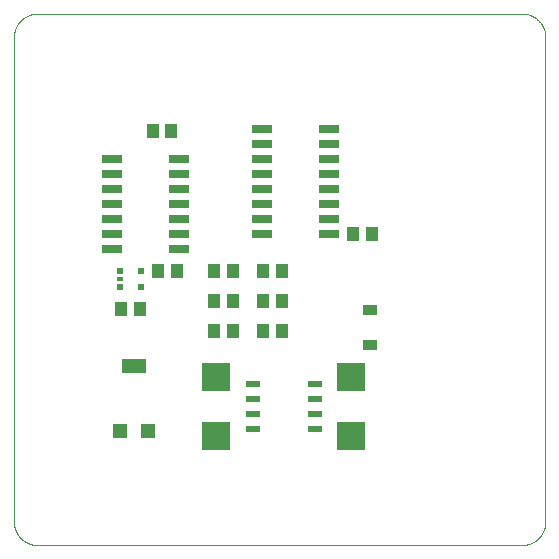
<source format=gtp>
G75*
%MOIN*%
%OFA0B0*%
%FSLAX25Y25*%
%IPPOS*%
%LPD*%
%AMOC8*
5,1,8,0,0,1.08239X$1,22.5*
%
%ADD10C,0.00400*%
%ADD11R,0.04331X0.05118*%
%ADD12R,0.09449X0.09449*%
%ADD13R,0.06890X0.02756*%
%ADD14R,0.05118X0.02362*%
%ADD15R,0.05118X0.05118*%
%ADD16R,0.07874X0.05118*%
%ADD17R,0.01969X0.01969*%
%ADD18R,0.01969X0.01575*%
%ADD19R,0.04724X0.03543*%
D10*
X0024406Y0009130D02*
X0024406Y0170547D01*
X0024408Y0170737D01*
X0024415Y0170927D01*
X0024427Y0171117D01*
X0024443Y0171307D01*
X0024463Y0171496D01*
X0024489Y0171685D01*
X0024518Y0171873D01*
X0024553Y0172060D01*
X0024592Y0172246D01*
X0024635Y0172431D01*
X0024683Y0172616D01*
X0024735Y0172799D01*
X0024791Y0172980D01*
X0024852Y0173160D01*
X0024918Y0173339D01*
X0024987Y0173516D01*
X0025061Y0173692D01*
X0025139Y0173865D01*
X0025222Y0174037D01*
X0025308Y0174206D01*
X0025398Y0174374D01*
X0025493Y0174539D01*
X0025591Y0174702D01*
X0025694Y0174862D01*
X0025800Y0175020D01*
X0025910Y0175175D01*
X0026023Y0175328D01*
X0026141Y0175478D01*
X0026262Y0175624D01*
X0026386Y0175768D01*
X0026514Y0175909D01*
X0026645Y0176047D01*
X0026780Y0176182D01*
X0026918Y0176313D01*
X0027059Y0176441D01*
X0027203Y0176565D01*
X0027349Y0176686D01*
X0027499Y0176804D01*
X0027652Y0176917D01*
X0027807Y0177027D01*
X0027965Y0177133D01*
X0028125Y0177236D01*
X0028288Y0177334D01*
X0028453Y0177429D01*
X0028621Y0177519D01*
X0028790Y0177605D01*
X0028962Y0177688D01*
X0029135Y0177766D01*
X0029311Y0177840D01*
X0029488Y0177909D01*
X0029667Y0177975D01*
X0029847Y0178036D01*
X0030028Y0178092D01*
X0030211Y0178144D01*
X0030396Y0178192D01*
X0030581Y0178235D01*
X0030767Y0178274D01*
X0030954Y0178309D01*
X0031142Y0178338D01*
X0031331Y0178364D01*
X0031520Y0178384D01*
X0031710Y0178400D01*
X0031900Y0178412D01*
X0032090Y0178419D01*
X0032280Y0178421D01*
X0193698Y0178421D01*
X0193888Y0178419D01*
X0194078Y0178412D01*
X0194268Y0178400D01*
X0194458Y0178384D01*
X0194647Y0178364D01*
X0194836Y0178338D01*
X0195024Y0178309D01*
X0195211Y0178274D01*
X0195397Y0178235D01*
X0195582Y0178192D01*
X0195767Y0178144D01*
X0195950Y0178092D01*
X0196131Y0178036D01*
X0196311Y0177975D01*
X0196490Y0177909D01*
X0196667Y0177840D01*
X0196843Y0177766D01*
X0197016Y0177688D01*
X0197188Y0177605D01*
X0197357Y0177519D01*
X0197525Y0177429D01*
X0197690Y0177334D01*
X0197853Y0177236D01*
X0198013Y0177133D01*
X0198171Y0177027D01*
X0198326Y0176917D01*
X0198479Y0176804D01*
X0198629Y0176686D01*
X0198775Y0176565D01*
X0198919Y0176441D01*
X0199060Y0176313D01*
X0199198Y0176182D01*
X0199333Y0176047D01*
X0199464Y0175909D01*
X0199592Y0175768D01*
X0199716Y0175624D01*
X0199837Y0175478D01*
X0199955Y0175328D01*
X0200068Y0175175D01*
X0200178Y0175020D01*
X0200284Y0174862D01*
X0200387Y0174702D01*
X0200485Y0174539D01*
X0200580Y0174374D01*
X0200670Y0174206D01*
X0200756Y0174037D01*
X0200839Y0173865D01*
X0200917Y0173692D01*
X0200991Y0173516D01*
X0201060Y0173339D01*
X0201126Y0173160D01*
X0201187Y0172980D01*
X0201243Y0172799D01*
X0201295Y0172616D01*
X0201343Y0172431D01*
X0201386Y0172246D01*
X0201425Y0172060D01*
X0201460Y0171873D01*
X0201489Y0171685D01*
X0201515Y0171496D01*
X0201535Y0171307D01*
X0201551Y0171117D01*
X0201563Y0170927D01*
X0201570Y0170737D01*
X0201572Y0170547D01*
X0201572Y0009130D01*
X0201570Y0008940D01*
X0201563Y0008750D01*
X0201551Y0008560D01*
X0201535Y0008370D01*
X0201515Y0008181D01*
X0201489Y0007992D01*
X0201460Y0007804D01*
X0201425Y0007617D01*
X0201386Y0007431D01*
X0201343Y0007246D01*
X0201295Y0007061D01*
X0201243Y0006878D01*
X0201187Y0006697D01*
X0201126Y0006517D01*
X0201060Y0006338D01*
X0200991Y0006161D01*
X0200917Y0005985D01*
X0200839Y0005812D01*
X0200756Y0005640D01*
X0200670Y0005471D01*
X0200580Y0005303D01*
X0200485Y0005138D01*
X0200387Y0004975D01*
X0200284Y0004815D01*
X0200178Y0004657D01*
X0200068Y0004502D01*
X0199955Y0004349D01*
X0199837Y0004199D01*
X0199716Y0004053D01*
X0199592Y0003909D01*
X0199464Y0003768D01*
X0199333Y0003630D01*
X0199198Y0003495D01*
X0199060Y0003364D01*
X0198919Y0003236D01*
X0198775Y0003112D01*
X0198629Y0002991D01*
X0198479Y0002873D01*
X0198326Y0002760D01*
X0198171Y0002650D01*
X0198013Y0002544D01*
X0197853Y0002441D01*
X0197690Y0002343D01*
X0197525Y0002248D01*
X0197357Y0002158D01*
X0197188Y0002072D01*
X0197016Y0001989D01*
X0196843Y0001911D01*
X0196667Y0001837D01*
X0196490Y0001768D01*
X0196311Y0001702D01*
X0196131Y0001641D01*
X0195950Y0001585D01*
X0195767Y0001533D01*
X0195582Y0001485D01*
X0195397Y0001442D01*
X0195211Y0001403D01*
X0195024Y0001368D01*
X0194836Y0001339D01*
X0194647Y0001313D01*
X0194458Y0001293D01*
X0194268Y0001277D01*
X0194078Y0001265D01*
X0193888Y0001258D01*
X0193698Y0001256D01*
X0032280Y0001256D01*
X0032090Y0001258D01*
X0031900Y0001265D01*
X0031710Y0001277D01*
X0031520Y0001293D01*
X0031331Y0001313D01*
X0031142Y0001339D01*
X0030954Y0001368D01*
X0030767Y0001403D01*
X0030581Y0001442D01*
X0030396Y0001485D01*
X0030211Y0001533D01*
X0030028Y0001585D01*
X0029847Y0001641D01*
X0029667Y0001702D01*
X0029488Y0001768D01*
X0029311Y0001837D01*
X0029135Y0001911D01*
X0028962Y0001989D01*
X0028790Y0002072D01*
X0028621Y0002158D01*
X0028453Y0002248D01*
X0028288Y0002343D01*
X0028125Y0002441D01*
X0027965Y0002544D01*
X0027807Y0002650D01*
X0027652Y0002760D01*
X0027499Y0002873D01*
X0027349Y0002991D01*
X0027203Y0003112D01*
X0027059Y0003236D01*
X0026918Y0003364D01*
X0026780Y0003495D01*
X0026645Y0003630D01*
X0026514Y0003768D01*
X0026386Y0003909D01*
X0026262Y0004053D01*
X0026141Y0004199D01*
X0026023Y0004349D01*
X0025910Y0004502D01*
X0025800Y0004657D01*
X0025694Y0004815D01*
X0025591Y0004975D01*
X0025493Y0005138D01*
X0025398Y0005303D01*
X0025308Y0005471D01*
X0025222Y0005640D01*
X0025139Y0005812D01*
X0025061Y0005985D01*
X0024987Y0006161D01*
X0024918Y0006338D01*
X0024852Y0006517D01*
X0024791Y0006697D01*
X0024735Y0006878D01*
X0024683Y0007061D01*
X0024635Y0007246D01*
X0024592Y0007431D01*
X0024553Y0007617D01*
X0024518Y0007804D01*
X0024489Y0007992D01*
X0024463Y0008181D01*
X0024443Y0008370D01*
X0024427Y0008560D01*
X0024415Y0008750D01*
X0024408Y0008940D01*
X0024406Y0009130D01*
D11*
X0091257Y0072506D03*
X0097556Y0072506D03*
X0107507Y0072506D03*
X0113806Y0072506D03*
X0113806Y0082506D03*
X0107507Y0082506D03*
X0097556Y0082506D03*
X0091257Y0082506D03*
X0091257Y0092506D03*
X0097556Y0092506D03*
X0107507Y0092506D03*
X0113806Y0092506D03*
X0137507Y0105006D03*
X0143806Y0105006D03*
X0078806Y0092506D03*
X0072507Y0092506D03*
X0066306Y0080006D03*
X0060007Y0080006D03*
X0070632Y0139381D03*
X0076931Y0139381D03*
D12*
X0091906Y0057348D03*
X0091906Y0037663D03*
X0136906Y0037663D03*
X0136906Y0057348D03*
D13*
X0129278Y0105006D03*
X0129278Y0110006D03*
X0129278Y0115006D03*
X0129278Y0120006D03*
X0129278Y0125006D03*
X0129278Y0130006D03*
X0129278Y0135006D03*
X0129278Y0140006D03*
X0107034Y0140006D03*
X0107034Y0135006D03*
X0107034Y0130006D03*
X0107034Y0125006D03*
X0107034Y0120006D03*
X0107034Y0115006D03*
X0107034Y0110006D03*
X0107034Y0105006D03*
X0079278Y0105006D03*
X0079278Y0100006D03*
X0079278Y0110006D03*
X0079278Y0115006D03*
X0079278Y0120006D03*
X0079278Y0125006D03*
X0079278Y0130006D03*
X0057034Y0130006D03*
X0057034Y0125006D03*
X0057034Y0120006D03*
X0057034Y0115006D03*
X0057034Y0110006D03*
X0057034Y0105006D03*
X0057034Y0100006D03*
D14*
X0103973Y0055006D03*
X0103973Y0050006D03*
X0103973Y0045006D03*
X0103973Y0040006D03*
X0124839Y0040006D03*
X0124839Y0045006D03*
X0124839Y0050006D03*
X0124839Y0055006D03*
D15*
X0068934Y0039179D03*
X0059879Y0039179D03*
D16*
X0064406Y0060833D03*
D17*
X0066699Y0087250D03*
X0066699Y0092762D03*
X0059613Y0092762D03*
X0059613Y0087250D03*
D18*
X0059613Y0090006D03*
D19*
X0143156Y0079661D03*
X0143156Y0067850D03*
M02*

</source>
